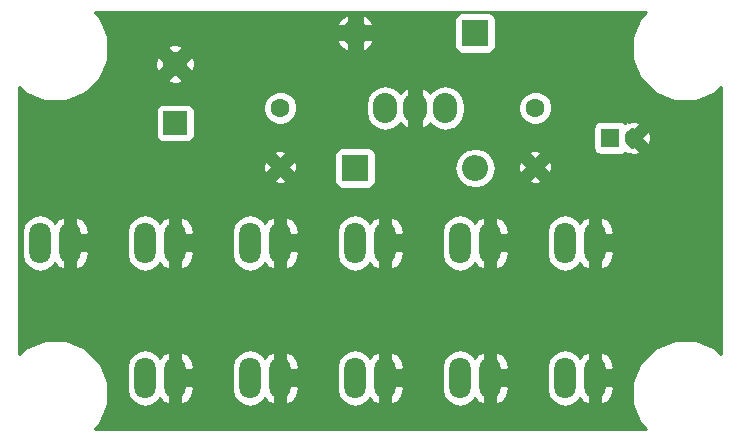
<source format=gbl>
G04 #@! TF.FileFunction,Copper,L2,Bot,Signal*
%FSLAX46Y46*%
G04 Gerber Fmt 4.6, Leading zero omitted, Abs format (unit mm)*
G04 Created by KiCad (PCBNEW 4.0.7) date 02/11/18 16:50:38*
%MOMM*%
%LPD*%
G01*
G04 APERTURE LIST*
%ADD10C,0.100000*%
%ADD11O,1.800860X3.500120*%
%ADD12R,2.000000X2.000000*%
%ADD13C,2.000000*%
%ADD14C,1.600000*%
%ADD15R,1.600000X1.600000*%
%ADD16R,2.200000X2.200000*%
%ADD17O,2.200000X2.200000*%
%ADD18O,2.032000X2.540000*%
%ADD19C,0.254000*%
G04 APERTURE END LIST*
D10*
D11*
X160020000Y-118110000D03*
X162560000Y-118110000D03*
X151130000Y-118110000D03*
X153670000Y-118110000D03*
X142240000Y-118110000D03*
X144780000Y-118110000D03*
X168910000Y-118110000D03*
X171450000Y-118110000D03*
X177800000Y-118110000D03*
X180340000Y-118110000D03*
X177800000Y-106680000D03*
X180340000Y-106680000D03*
X168910000Y-106680000D03*
X171450000Y-106680000D03*
X160020000Y-106680000D03*
X162560000Y-106680000D03*
X151130000Y-106680000D03*
X153670000Y-106680000D03*
X142240000Y-106680000D03*
X144780000Y-106680000D03*
X133350000Y-106680000D03*
X135890000Y-106680000D03*
D12*
X144780000Y-96520000D03*
D13*
X144780000Y-91520000D03*
D14*
X153670000Y-95250000D03*
X153670000Y-100250000D03*
X175260000Y-95250000D03*
X175260000Y-100250000D03*
D15*
X181610000Y-97790000D03*
D14*
X183610000Y-97790000D03*
D16*
X160020000Y-100330000D03*
D17*
X170180000Y-100330000D03*
D16*
X170180000Y-88900000D03*
D17*
X160020000Y-88900000D03*
D18*
X165100000Y-95250000D03*
X167640000Y-95250000D03*
X162560000Y-95250000D03*
D19*
G36*
X184132907Y-87607984D02*
X183443786Y-89267571D01*
X183442218Y-91064545D01*
X184128441Y-92725332D01*
X185397984Y-93997093D01*
X187057571Y-94686214D01*
X188854545Y-94687782D01*
X190515332Y-94001559D01*
X191008000Y-93509750D01*
X191008000Y-116039740D01*
X190522016Y-115552907D01*
X188862429Y-114863786D01*
X187065455Y-114862218D01*
X185404668Y-115548441D01*
X184132907Y-116817984D01*
X183443786Y-118477571D01*
X183442218Y-120274545D01*
X184128441Y-121935332D01*
X184620250Y-122428000D01*
X137960260Y-122428000D01*
X138447093Y-121942016D01*
X139136214Y-120282429D01*
X139137782Y-118485455D01*
X138612281Y-117213644D01*
X140704570Y-117213644D01*
X140704570Y-119006356D01*
X140821448Y-119593940D01*
X141154287Y-120092069D01*
X141652416Y-120424908D01*
X142240000Y-120541786D01*
X142827584Y-120424908D01*
X143325713Y-120092069D01*
X143491280Y-119844280D01*
X143678146Y-120111052D01*
X144105691Y-120339069D01*
X144329785Y-120260612D01*
X144329785Y-118745000D01*
X145230215Y-118745000D01*
X145230215Y-120260612D01*
X145454309Y-120339069D01*
X145881854Y-120111052D01*
X146238610Y-119601744D01*
X146373306Y-118994680D01*
X146200423Y-118745000D01*
X145230215Y-118745000D01*
X144329785Y-118745000D01*
X144125000Y-118745000D01*
X144125000Y-117475000D01*
X144329785Y-117475000D01*
X144329785Y-115959388D01*
X145230215Y-115959388D01*
X145230215Y-117475000D01*
X146200423Y-117475000D01*
X146373306Y-117225320D01*
X146370716Y-117213644D01*
X149594570Y-117213644D01*
X149594570Y-119006356D01*
X149711448Y-119593940D01*
X150044287Y-120092069D01*
X150542416Y-120424908D01*
X151130000Y-120541786D01*
X151717584Y-120424908D01*
X152215713Y-120092069D01*
X152381280Y-119844280D01*
X152568146Y-120111052D01*
X152995691Y-120339069D01*
X153219785Y-120260612D01*
X153219785Y-118745000D01*
X154120215Y-118745000D01*
X154120215Y-120260612D01*
X154344309Y-120339069D01*
X154771854Y-120111052D01*
X155128610Y-119601744D01*
X155263306Y-118994680D01*
X155090423Y-118745000D01*
X154120215Y-118745000D01*
X153219785Y-118745000D01*
X153015000Y-118745000D01*
X153015000Y-117475000D01*
X153219785Y-117475000D01*
X153219785Y-115959388D01*
X154120215Y-115959388D01*
X154120215Y-117475000D01*
X155090423Y-117475000D01*
X155263306Y-117225320D01*
X155260716Y-117213644D01*
X158484570Y-117213644D01*
X158484570Y-119006356D01*
X158601448Y-119593940D01*
X158934287Y-120092069D01*
X159432416Y-120424908D01*
X160020000Y-120541786D01*
X160607584Y-120424908D01*
X161105713Y-120092069D01*
X161271280Y-119844280D01*
X161458146Y-120111052D01*
X161885691Y-120339069D01*
X162109785Y-120260612D01*
X162109785Y-118745000D01*
X163010215Y-118745000D01*
X163010215Y-120260612D01*
X163234309Y-120339069D01*
X163661854Y-120111052D01*
X164018610Y-119601744D01*
X164153306Y-118994680D01*
X163980423Y-118745000D01*
X163010215Y-118745000D01*
X162109785Y-118745000D01*
X161905000Y-118745000D01*
X161905000Y-117475000D01*
X162109785Y-117475000D01*
X162109785Y-115959388D01*
X163010215Y-115959388D01*
X163010215Y-117475000D01*
X163980423Y-117475000D01*
X164153306Y-117225320D01*
X164150716Y-117213644D01*
X167374570Y-117213644D01*
X167374570Y-119006356D01*
X167491448Y-119593940D01*
X167824287Y-120092069D01*
X168322416Y-120424908D01*
X168910000Y-120541786D01*
X169497584Y-120424908D01*
X169995713Y-120092069D01*
X170161280Y-119844280D01*
X170348146Y-120111052D01*
X170775691Y-120339069D01*
X170999785Y-120260612D01*
X170999785Y-118745000D01*
X171900215Y-118745000D01*
X171900215Y-120260612D01*
X172124309Y-120339069D01*
X172551854Y-120111052D01*
X172908610Y-119601744D01*
X173043306Y-118994680D01*
X172870423Y-118745000D01*
X171900215Y-118745000D01*
X170999785Y-118745000D01*
X170795000Y-118745000D01*
X170795000Y-117475000D01*
X170999785Y-117475000D01*
X170999785Y-115959388D01*
X171900215Y-115959388D01*
X171900215Y-117475000D01*
X172870423Y-117475000D01*
X173043306Y-117225320D01*
X173040716Y-117213644D01*
X176264570Y-117213644D01*
X176264570Y-119006356D01*
X176381448Y-119593940D01*
X176714287Y-120092069D01*
X177212416Y-120424908D01*
X177800000Y-120541786D01*
X178387584Y-120424908D01*
X178885713Y-120092069D01*
X179051280Y-119844280D01*
X179238146Y-120111052D01*
X179665691Y-120339069D01*
X179889785Y-120260612D01*
X179889785Y-118745000D01*
X180790215Y-118745000D01*
X180790215Y-120260612D01*
X181014309Y-120339069D01*
X181441854Y-120111052D01*
X181798610Y-119601744D01*
X181933306Y-118994680D01*
X181760423Y-118745000D01*
X180790215Y-118745000D01*
X179889785Y-118745000D01*
X179685000Y-118745000D01*
X179685000Y-117475000D01*
X179889785Y-117475000D01*
X179889785Y-115959388D01*
X180790215Y-115959388D01*
X180790215Y-117475000D01*
X181760423Y-117475000D01*
X181933306Y-117225320D01*
X181798610Y-116618256D01*
X181441854Y-116108948D01*
X181014309Y-115880931D01*
X180790215Y-115959388D01*
X179889785Y-115959388D01*
X179665691Y-115880931D01*
X179238146Y-116108948D01*
X179051280Y-116375720D01*
X178885713Y-116127931D01*
X178387584Y-115795092D01*
X177800000Y-115678214D01*
X177212416Y-115795092D01*
X176714287Y-116127931D01*
X176381448Y-116626060D01*
X176264570Y-117213644D01*
X173040716Y-117213644D01*
X172908610Y-116618256D01*
X172551854Y-116108948D01*
X172124309Y-115880931D01*
X171900215Y-115959388D01*
X170999785Y-115959388D01*
X170775691Y-115880931D01*
X170348146Y-116108948D01*
X170161280Y-116375720D01*
X169995713Y-116127931D01*
X169497584Y-115795092D01*
X168910000Y-115678214D01*
X168322416Y-115795092D01*
X167824287Y-116127931D01*
X167491448Y-116626060D01*
X167374570Y-117213644D01*
X164150716Y-117213644D01*
X164018610Y-116618256D01*
X163661854Y-116108948D01*
X163234309Y-115880931D01*
X163010215Y-115959388D01*
X162109785Y-115959388D01*
X161885691Y-115880931D01*
X161458146Y-116108948D01*
X161271280Y-116375720D01*
X161105713Y-116127931D01*
X160607584Y-115795092D01*
X160020000Y-115678214D01*
X159432416Y-115795092D01*
X158934287Y-116127931D01*
X158601448Y-116626060D01*
X158484570Y-117213644D01*
X155260716Y-117213644D01*
X155128610Y-116618256D01*
X154771854Y-116108948D01*
X154344309Y-115880931D01*
X154120215Y-115959388D01*
X153219785Y-115959388D01*
X152995691Y-115880931D01*
X152568146Y-116108948D01*
X152381280Y-116375720D01*
X152215713Y-116127931D01*
X151717584Y-115795092D01*
X151130000Y-115678214D01*
X150542416Y-115795092D01*
X150044287Y-116127931D01*
X149711448Y-116626060D01*
X149594570Y-117213644D01*
X146370716Y-117213644D01*
X146238610Y-116618256D01*
X145881854Y-116108948D01*
X145454309Y-115880931D01*
X145230215Y-115959388D01*
X144329785Y-115959388D01*
X144105691Y-115880931D01*
X143678146Y-116108948D01*
X143491280Y-116375720D01*
X143325713Y-116127931D01*
X142827584Y-115795092D01*
X142240000Y-115678214D01*
X141652416Y-115795092D01*
X141154287Y-116127931D01*
X140821448Y-116626060D01*
X140704570Y-117213644D01*
X138612281Y-117213644D01*
X138451559Y-116824668D01*
X137182016Y-115552907D01*
X135522429Y-114863786D01*
X133725455Y-114862218D01*
X132064668Y-115548441D01*
X131572000Y-116040250D01*
X131572000Y-105783644D01*
X131814570Y-105783644D01*
X131814570Y-107576356D01*
X131931448Y-108163940D01*
X132264287Y-108662069D01*
X132762416Y-108994908D01*
X133350000Y-109111786D01*
X133937584Y-108994908D01*
X134435713Y-108662069D01*
X134601280Y-108414280D01*
X134788146Y-108681052D01*
X135215691Y-108909069D01*
X135439785Y-108830612D01*
X135439785Y-107315000D01*
X136340215Y-107315000D01*
X136340215Y-108830612D01*
X136564309Y-108909069D01*
X136991854Y-108681052D01*
X137348610Y-108171744D01*
X137483306Y-107564680D01*
X137310423Y-107315000D01*
X136340215Y-107315000D01*
X135439785Y-107315000D01*
X135235000Y-107315000D01*
X135235000Y-106045000D01*
X135439785Y-106045000D01*
X135439785Y-104529388D01*
X136340215Y-104529388D01*
X136340215Y-106045000D01*
X137310423Y-106045000D01*
X137483306Y-105795320D01*
X137480716Y-105783644D01*
X140704570Y-105783644D01*
X140704570Y-107576356D01*
X140821448Y-108163940D01*
X141154287Y-108662069D01*
X141652416Y-108994908D01*
X142240000Y-109111786D01*
X142827584Y-108994908D01*
X143325713Y-108662069D01*
X143491280Y-108414280D01*
X143678146Y-108681052D01*
X144105691Y-108909069D01*
X144329785Y-108830612D01*
X144329785Y-107315000D01*
X145230215Y-107315000D01*
X145230215Y-108830612D01*
X145454309Y-108909069D01*
X145881854Y-108681052D01*
X146238610Y-108171744D01*
X146373306Y-107564680D01*
X146200423Y-107315000D01*
X145230215Y-107315000D01*
X144329785Y-107315000D01*
X144125000Y-107315000D01*
X144125000Y-106045000D01*
X144329785Y-106045000D01*
X144329785Y-104529388D01*
X145230215Y-104529388D01*
X145230215Y-106045000D01*
X146200423Y-106045000D01*
X146373306Y-105795320D01*
X146370716Y-105783644D01*
X149594570Y-105783644D01*
X149594570Y-107576356D01*
X149711448Y-108163940D01*
X150044287Y-108662069D01*
X150542416Y-108994908D01*
X151130000Y-109111786D01*
X151717584Y-108994908D01*
X152215713Y-108662069D01*
X152381280Y-108414280D01*
X152568146Y-108681052D01*
X152995691Y-108909069D01*
X153219785Y-108830612D01*
X153219785Y-107315000D01*
X154120215Y-107315000D01*
X154120215Y-108830612D01*
X154344309Y-108909069D01*
X154771854Y-108681052D01*
X155128610Y-108171744D01*
X155263306Y-107564680D01*
X155090423Y-107315000D01*
X154120215Y-107315000D01*
X153219785Y-107315000D01*
X153015000Y-107315000D01*
X153015000Y-106045000D01*
X153219785Y-106045000D01*
X153219785Y-104529388D01*
X154120215Y-104529388D01*
X154120215Y-106045000D01*
X155090423Y-106045000D01*
X155263306Y-105795320D01*
X155260716Y-105783644D01*
X158484570Y-105783644D01*
X158484570Y-107576356D01*
X158601448Y-108163940D01*
X158934287Y-108662069D01*
X159432416Y-108994908D01*
X160020000Y-109111786D01*
X160607584Y-108994908D01*
X161105713Y-108662069D01*
X161271280Y-108414280D01*
X161458146Y-108681052D01*
X161885691Y-108909069D01*
X162109785Y-108830612D01*
X162109785Y-107315000D01*
X163010215Y-107315000D01*
X163010215Y-108830612D01*
X163234309Y-108909069D01*
X163661854Y-108681052D01*
X164018610Y-108171744D01*
X164153306Y-107564680D01*
X163980423Y-107315000D01*
X163010215Y-107315000D01*
X162109785Y-107315000D01*
X161905000Y-107315000D01*
X161905000Y-106045000D01*
X162109785Y-106045000D01*
X162109785Y-104529388D01*
X163010215Y-104529388D01*
X163010215Y-106045000D01*
X163980423Y-106045000D01*
X164153306Y-105795320D01*
X164150716Y-105783644D01*
X167374570Y-105783644D01*
X167374570Y-107576356D01*
X167491448Y-108163940D01*
X167824287Y-108662069D01*
X168322416Y-108994908D01*
X168910000Y-109111786D01*
X169497584Y-108994908D01*
X169995713Y-108662069D01*
X170161280Y-108414280D01*
X170348146Y-108681052D01*
X170775691Y-108909069D01*
X170999785Y-108830612D01*
X170999785Y-107315000D01*
X171900215Y-107315000D01*
X171900215Y-108830612D01*
X172124309Y-108909069D01*
X172551854Y-108681052D01*
X172908610Y-108171744D01*
X173043306Y-107564680D01*
X172870423Y-107315000D01*
X171900215Y-107315000D01*
X170999785Y-107315000D01*
X170795000Y-107315000D01*
X170795000Y-106045000D01*
X170999785Y-106045000D01*
X170999785Y-104529388D01*
X171900215Y-104529388D01*
X171900215Y-106045000D01*
X172870423Y-106045000D01*
X173043306Y-105795320D01*
X173040716Y-105783644D01*
X176264570Y-105783644D01*
X176264570Y-107576356D01*
X176381448Y-108163940D01*
X176714287Y-108662069D01*
X177212416Y-108994908D01*
X177800000Y-109111786D01*
X178387584Y-108994908D01*
X178885713Y-108662069D01*
X179051280Y-108414280D01*
X179238146Y-108681052D01*
X179665691Y-108909069D01*
X179889785Y-108830612D01*
X179889785Y-107315000D01*
X180790215Y-107315000D01*
X180790215Y-108830612D01*
X181014309Y-108909069D01*
X181441854Y-108681052D01*
X181798610Y-108171744D01*
X181933306Y-107564680D01*
X181760423Y-107315000D01*
X180790215Y-107315000D01*
X179889785Y-107315000D01*
X179685000Y-107315000D01*
X179685000Y-106045000D01*
X179889785Y-106045000D01*
X179889785Y-104529388D01*
X180790215Y-104529388D01*
X180790215Y-106045000D01*
X181760423Y-106045000D01*
X181933306Y-105795320D01*
X181798610Y-105188256D01*
X181441854Y-104678948D01*
X181014309Y-104450931D01*
X180790215Y-104529388D01*
X179889785Y-104529388D01*
X179665691Y-104450931D01*
X179238146Y-104678948D01*
X179051280Y-104945720D01*
X178885713Y-104697931D01*
X178387584Y-104365092D01*
X177800000Y-104248214D01*
X177212416Y-104365092D01*
X176714287Y-104697931D01*
X176381448Y-105196060D01*
X176264570Y-105783644D01*
X173040716Y-105783644D01*
X172908610Y-105188256D01*
X172551854Y-104678948D01*
X172124309Y-104450931D01*
X171900215Y-104529388D01*
X170999785Y-104529388D01*
X170775691Y-104450931D01*
X170348146Y-104678948D01*
X170161280Y-104945720D01*
X169995713Y-104697931D01*
X169497584Y-104365092D01*
X168910000Y-104248214D01*
X168322416Y-104365092D01*
X167824287Y-104697931D01*
X167491448Y-105196060D01*
X167374570Y-105783644D01*
X164150716Y-105783644D01*
X164018610Y-105188256D01*
X163661854Y-104678948D01*
X163234309Y-104450931D01*
X163010215Y-104529388D01*
X162109785Y-104529388D01*
X161885691Y-104450931D01*
X161458146Y-104678948D01*
X161271280Y-104945720D01*
X161105713Y-104697931D01*
X160607584Y-104365092D01*
X160020000Y-104248214D01*
X159432416Y-104365092D01*
X158934287Y-104697931D01*
X158601448Y-105196060D01*
X158484570Y-105783644D01*
X155260716Y-105783644D01*
X155128610Y-105188256D01*
X154771854Y-104678948D01*
X154344309Y-104450931D01*
X154120215Y-104529388D01*
X153219785Y-104529388D01*
X152995691Y-104450931D01*
X152568146Y-104678948D01*
X152381280Y-104945720D01*
X152215713Y-104697931D01*
X151717584Y-104365092D01*
X151130000Y-104248214D01*
X150542416Y-104365092D01*
X150044287Y-104697931D01*
X149711448Y-105196060D01*
X149594570Y-105783644D01*
X146370716Y-105783644D01*
X146238610Y-105188256D01*
X145881854Y-104678948D01*
X145454309Y-104450931D01*
X145230215Y-104529388D01*
X144329785Y-104529388D01*
X144105691Y-104450931D01*
X143678146Y-104678948D01*
X143491280Y-104945720D01*
X143325713Y-104697931D01*
X142827584Y-104365092D01*
X142240000Y-104248214D01*
X141652416Y-104365092D01*
X141154287Y-104697931D01*
X140821448Y-105196060D01*
X140704570Y-105783644D01*
X137480716Y-105783644D01*
X137348610Y-105188256D01*
X136991854Y-104678948D01*
X136564309Y-104450931D01*
X136340215Y-104529388D01*
X135439785Y-104529388D01*
X135215691Y-104450931D01*
X134788146Y-104678948D01*
X134601280Y-104945720D01*
X134435713Y-104697931D01*
X133937584Y-104365092D01*
X133350000Y-104248214D01*
X132762416Y-104365092D01*
X132264287Y-104697931D01*
X131931448Y-105196060D01*
X131814570Y-105783644D01*
X131572000Y-105783644D01*
X131572000Y-101410727D01*
X153074958Y-101410727D01*
X153166374Y-101623703D01*
X153730403Y-101711865D01*
X154173626Y-101623703D01*
X154265042Y-101410727D01*
X153670000Y-100815685D01*
X153074958Y-101410727D01*
X131572000Y-101410727D01*
X131572000Y-100310403D01*
X152208135Y-100310403D01*
X152296297Y-100753626D01*
X152509273Y-100845042D01*
X153104315Y-100250000D01*
X154235685Y-100250000D01*
X154830727Y-100845042D01*
X155043703Y-100753626D01*
X155131865Y-100189597D01*
X155043703Y-99746374D01*
X154830727Y-99654958D01*
X154235685Y-100250000D01*
X153104315Y-100250000D01*
X152509273Y-99654958D01*
X152296297Y-99746374D01*
X152208135Y-100310403D01*
X131572000Y-100310403D01*
X131572000Y-99089273D01*
X153074958Y-99089273D01*
X153670000Y-99684315D01*
X154124315Y-99230000D01*
X158272560Y-99230000D01*
X158272560Y-101430000D01*
X158316838Y-101665317D01*
X158455910Y-101881441D01*
X158668110Y-102026431D01*
X158920000Y-102077440D01*
X161120000Y-102077440D01*
X161355317Y-102033162D01*
X161571441Y-101894090D01*
X161716431Y-101681890D01*
X161767440Y-101430000D01*
X161767440Y-100330000D01*
X168411009Y-100330000D01*
X168543078Y-100993956D01*
X168919179Y-101556830D01*
X169482053Y-101932931D01*
X170146009Y-102065000D01*
X170213991Y-102065000D01*
X170877947Y-101932931D01*
X171440821Y-101556830D01*
X171538444Y-101410727D01*
X174664958Y-101410727D01*
X174756374Y-101623703D01*
X175320403Y-101711865D01*
X175763626Y-101623703D01*
X175855042Y-101410727D01*
X175260000Y-100815685D01*
X174664958Y-101410727D01*
X171538444Y-101410727D01*
X171816922Y-100993956D01*
X171948991Y-100330000D01*
X171945093Y-100310403D01*
X173798135Y-100310403D01*
X173886297Y-100753626D01*
X174099273Y-100845042D01*
X174694315Y-100250000D01*
X175825685Y-100250000D01*
X176420727Y-100845042D01*
X176633703Y-100753626D01*
X176721865Y-100189597D01*
X176633703Y-99746374D01*
X176420727Y-99654958D01*
X175825685Y-100250000D01*
X174694315Y-100250000D01*
X174099273Y-99654958D01*
X173886297Y-99746374D01*
X173798135Y-100310403D01*
X171945093Y-100310403D01*
X171816922Y-99666044D01*
X171440821Y-99103170D01*
X171420023Y-99089273D01*
X174664958Y-99089273D01*
X175260000Y-99684315D01*
X175855042Y-99089273D01*
X175763626Y-98876297D01*
X175199597Y-98788135D01*
X174756374Y-98876297D01*
X174664958Y-99089273D01*
X171420023Y-99089273D01*
X170877947Y-98727069D01*
X170213991Y-98595000D01*
X170146009Y-98595000D01*
X169482053Y-98727069D01*
X168919179Y-99103170D01*
X168543078Y-99666044D01*
X168411009Y-100330000D01*
X161767440Y-100330000D01*
X161767440Y-99230000D01*
X161723162Y-98994683D01*
X161584090Y-98778559D01*
X161371890Y-98633569D01*
X161120000Y-98582560D01*
X158920000Y-98582560D01*
X158684683Y-98626838D01*
X158468559Y-98765910D01*
X158323569Y-98978110D01*
X158272560Y-99230000D01*
X154124315Y-99230000D01*
X154265042Y-99089273D01*
X154173626Y-98876297D01*
X153609597Y-98788135D01*
X153166374Y-98876297D01*
X153074958Y-99089273D01*
X131572000Y-99089273D01*
X131572000Y-95520000D01*
X143132560Y-95520000D01*
X143132560Y-97520000D01*
X143176838Y-97755317D01*
X143315910Y-97971441D01*
X143528110Y-98116431D01*
X143780000Y-98167440D01*
X145780000Y-98167440D01*
X146015317Y-98123162D01*
X146231441Y-97984090D01*
X146376431Y-97771890D01*
X146427440Y-97520000D01*
X146427440Y-95534187D01*
X152234752Y-95534187D01*
X152452757Y-96061800D01*
X152856077Y-96465824D01*
X153383309Y-96684750D01*
X153954187Y-96685248D01*
X154481800Y-96467243D01*
X154885824Y-96063923D01*
X155104750Y-95536691D01*
X155105248Y-94965813D01*
X155102301Y-94958679D01*
X160909000Y-94958679D01*
X160909000Y-95541321D01*
X161034675Y-96173131D01*
X161392567Y-96708754D01*
X161928190Y-97066646D01*
X162560000Y-97192321D01*
X163191810Y-97066646D01*
X163727433Y-96708754D01*
X163860033Y-96510305D01*
X163955263Y-96652343D01*
X164352511Y-96976094D01*
X164592000Y-96907120D01*
X164592000Y-95885000D01*
X164445000Y-95885000D01*
X164445000Y-94615000D01*
X164592000Y-94615000D01*
X164592000Y-93592880D01*
X165608000Y-93592880D01*
X165608000Y-94615000D01*
X165755000Y-94615000D01*
X165755000Y-95885000D01*
X165608000Y-95885000D01*
X165608000Y-96907120D01*
X165847489Y-96976094D01*
X166244737Y-96652343D01*
X166339967Y-96510305D01*
X166472567Y-96708754D01*
X167008190Y-97066646D01*
X167640000Y-97192321D01*
X168271810Y-97066646D01*
X168386518Y-96990000D01*
X180162560Y-96990000D01*
X180162560Y-98590000D01*
X180206838Y-98825317D01*
X180345910Y-99041441D01*
X180558110Y-99186431D01*
X180810000Y-99237440D01*
X182410000Y-99237440D01*
X182645317Y-99193162D01*
X182829200Y-99074836D01*
X183026196Y-99271832D01*
X183130547Y-99167481D01*
X183670403Y-99251865D01*
X184113626Y-99163703D01*
X184205042Y-98950727D01*
X183610000Y-98355685D01*
X183429688Y-98535998D01*
X183057440Y-98163750D01*
X183057440Y-97790000D01*
X184175685Y-97790000D01*
X184770727Y-98385042D01*
X184983703Y-98293626D01*
X185071865Y-97729597D01*
X184983703Y-97286374D01*
X184770727Y-97194958D01*
X184175685Y-97790000D01*
X183057440Y-97790000D01*
X183057440Y-97416250D01*
X183429688Y-97044003D01*
X183610000Y-97224315D01*
X184205042Y-96629273D01*
X184113626Y-96416297D01*
X183549597Y-96328135D01*
X183129688Y-96411660D01*
X183026196Y-96308168D01*
X182827582Y-96506782D01*
X182661890Y-96393569D01*
X182410000Y-96342560D01*
X180810000Y-96342560D01*
X180574683Y-96386838D01*
X180358559Y-96525910D01*
X180213569Y-96738110D01*
X180162560Y-96990000D01*
X168386518Y-96990000D01*
X168807433Y-96708754D01*
X169165325Y-96173131D01*
X169291000Y-95541321D01*
X169291000Y-95534187D01*
X173824752Y-95534187D01*
X174042757Y-96061800D01*
X174446077Y-96465824D01*
X174973309Y-96684750D01*
X175544187Y-96685248D01*
X176071800Y-96467243D01*
X176475824Y-96063923D01*
X176694750Y-95536691D01*
X176695248Y-94965813D01*
X176477243Y-94438200D01*
X176073923Y-94034176D01*
X175546691Y-93815250D01*
X174975813Y-93814752D01*
X174448200Y-94032757D01*
X174044176Y-94436077D01*
X173825250Y-94963309D01*
X173824752Y-95534187D01*
X169291000Y-95534187D01*
X169291000Y-94958679D01*
X169165325Y-94326869D01*
X168807433Y-93791246D01*
X168271810Y-93433354D01*
X167640000Y-93307679D01*
X167008190Y-93433354D01*
X166472567Y-93791246D01*
X166339967Y-93989695D01*
X166244737Y-93847657D01*
X165847489Y-93523906D01*
X165608000Y-93592880D01*
X164592000Y-93592880D01*
X164352511Y-93523906D01*
X163955263Y-93847657D01*
X163860033Y-93989695D01*
X163727433Y-93791246D01*
X163191810Y-93433354D01*
X162560000Y-93307679D01*
X161928190Y-93433354D01*
X161392567Y-93791246D01*
X161034675Y-94326869D01*
X160909000Y-94958679D01*
X155102301Y-94958679D01*
X154887243Y-94438200D01*
X154483923Y-94034176D01*
X153956691Y-93815250D01*
X153385813Y-93814752D01*
X152858200Y-94032757D01*
X152454176Y-94436077D01*
X152235250Y-94963309D01*
X152234752Y-95534187D01*
X146427440Y-95534187D01*
X146427440Y-95520000D01*
X146383162Y-95284683D01*
X146244090Y-95068559D01*
X146031890Y-94923569D01*
X145780000Y-94872560D01*
X143780000Y-94872560D01*
X143544683Y-94916838D01*
X143328559Y-95055910D01*
X143183569Y-95268110D01*
X143132560Y-95520000D01*
X131572000Y-95520000D01*
X131572000Y-93510260D01*
X132057984Y-93997093D01*
X133717571Y-94686214D01*
X135514545Y-94687782D01*
X137175332Y-94001559D01*
X138299087Y-92879763D01*
X144127344Y-92879763D01*
X144249764Y-93100458D01*
X144894941Y-93183065D01*
X145310236Y-93100458D01*
X145432656Y-92879763D01*
X144780000Y-92227107D01*
X144127344Y-92879763D01*
X138299087Y-92879763D01*
X138447093Y-92732016D01*
X138902638Y-91634941D01*
X143116935Y-91634941D01*
X143199542Y-92050236D01*
X143420237Y-92172656D01*
X144072893Y-91520000D01*
X145487107Y-91520000D01*
X146139763Y-92172656D01*
X146360458Y-92050236D01*
X146443065Y-91405059D01*
X146360458Y-90989764D01*
X146139763Y-90867344D01*
X145487107Y-91520000D01*
X144072893Y-91520000D01*
X143420237Y-90867344D01*
X143199542Y-90989764D01*
X143116935Y-91634941D01*
X138902638Y-91634941D01*
X139136214Y-91072429D01*
X139137009Y-90160237D01*
X144127344Y-90160237D01*
X144780000Y-90812893D01*
X145432656Y-90160237D01*
X145310236Y-89939542D01*
X144665059Y-89856935D01*
X144249764Y-89939542D01*
X144127344Y-90160237D01*
X139137009Y-90160237D01*
X139137410Y-89700644D01*
X158480781Y-89700644D01*
X158691248Y-90015692D01*
X159219350Y-90439256D01*
X159470000Y-90386804D01*
X159470000Y-89450000D01*
X160570000Y-89450000D01*
X160570000Y-90386804D01*
X160820650Y-90439256D01*
X161348752Y-90015692D01*
X161559219Y-89700644D01*
X161497181Y-89450000D01*
X160570000Y-89450000D01*
X159470000Y-89450000D01*
X158542819Y-89450000D01*
X158480781Y-89700644D01*
X139137410Y-89700644D01*
X139137782Y-89275455D01*
X138651828Y-88099356D01*
X158480781Y-88099356D01*
X158542819Y-88350000D01*
X159470000Y-88350000D01*
X159470000Y-87413196D01*
X160570000Y-87413196D01*
X160570000Y-88350000D01*
X161497181Y-88350000D01*
X161559219Y-88099356D01*
X161359235Y-87800000D01*
X168432560Y-87800000D01*
X168432560Y-90000000D01*
X168476838Y-90235317D01*
X168615910Y-90451441D01*
X168828110Y-90596431D01*
X169080000Y-90647440D01*
X171280000Y-90647440D01*
X171515317Y-90603162D01*
X171731441Y-90464090D01*
X171876431Y-90251890D01*
X171927440Y-90000000D01*
X171927440Y-87800000D01*
X171883162Y-87564683D01*
X171744090Y-87348559D01*
X171531890Y-87203569D01*
X171280000Y-87152560D01*
X169080000Y-87152560D01*
X168844683Y-87196838D01*
X168628559Y-87335910D01*
X168483569Y-87548110D01*
X168432560Y-87800000D01*
X161359235Y-87800000D01*
X161348752Y-87784308D01*
X160820650Y-87360744D01*
X160570000Y-87413196D01*
X159470000Y-87413196D01*
X159219350Y-87360744D01*
X158691248Y-87784308D01*
X158480781Y-88099356D01*
X138651828Y-88099356D01*
X138451559Y-87614668D01*
X137959750Y-87122000D01*
X184619740Y-87122000D01*
X184132907Y-87607984D01*
X184132907Y-87607984D01*
G37*
X184132907Y-87607984D02*
X183443786Y-89267571D01*
X183442218Y-91064545D01*
X184128441Y-92725332D01*
X185397984Y-93997093D01*
X187057571Y-94686214D01*
X188854545Y-94687782D01*
X190515332Y-94001559D01*
X191008000Y-93509750D01*
X191008000Y-116039740D01*
X190522016Y-115552907D01*
X188862429Y-114863786D01*
X187065455Y-114862218D01*
X185404668Y-115548441D01*
X184132907Y-116817984D01*
X183443786Y-118477571D01*
X183442218Y-120274545D01*
X184128441Y-121935332D01*
X184620250Y-122428000D01*
X137960260Y-122428000D01*
X138447093Y-121942016D01*
X139136214Y-120282429D01*
X139137782Y-118485455D01*
X138612281Y-117213644D01*
X140704570Y-117213644D01*
X140704570Y-119006356D01*
X140821448Y-119593940D01*
X141154287Y-120092069D01*
X141652416Y-120424908D01*
X142240000Y-120541786D01*
X142827584Y-120424908D01*
X143325713Y-120092069D01*
X143491280Y-119844280D01*
X143678146Y-120111052D01*
X144105691Y-120339069D01*
X144329785Y-120260612D01*
X144329785Y-118745000D01*
X145230215Y-118745000D01*
X145230215Y-120260612D01*
X145454309Y-120339069D01*
X145881854Y-120111052D01*
X146238610Y-119601744D01*
X146373306Y-118994680D01*
X146200423Y-118745000D01*
X145230215Y-118745000D01*
X144329785Y-118745000D01*
X144125000Y-118745000D01*
X144125000Y-117475000D01*
X144329785Y-117475000D01*
X144329785Y-115959388D01*
X145230215Y-115959388D01*
X145230215Y-117475000D01*
X146200423Y-117475000D01*
X146373306Y-117225320D01*
X146370716Y-117213644D01*
X149594570Y-117213644D01*
X149594570Y-119006356D01*
X149711448Y-119593940D01*
X150044287Y-120092069D01*
X150542416Y-120424908D01*
X151130000Y-120541786D01*
X151717584Y-120424908D01*
X152215713Y-120092069D01*
X152381280Y-119844280D01*
X152568146Y-120111052D01*
X152995691Y-120339069D01*
X153219785Y-120260612D01*
X153219785Y-118745000D01*
X154120215Y-118745000D01*
X154120215Y-120260612D01*
X154344309Y-120339069D01*
X154771854Y-120111052D01*
X155128610Y-119601744D01*
X155263306Y-118994680D01*
X155090423Y-118745000D01*
X154120215Y-118745000D01*
X153219785Y-118745000D01*
X153015000Y-118745000D01*
X153015000Y-117475000D01*
X153219785Y-117475000D01*
X153219785Y-115959388D01*
X154120215Y-115959388D01*
X154120215Y-117475000D01*
X155090423Y-117475000D01*
X155263306Y-117225320D01*
X155260716Y-117213644D01*
X158484570Y-117213644D01*
X158484570Y-119006356D01*
X158601448Y-119593940D01*
X158934287Y-120092069D01*
X159432416Y-120424908D01*
X160020000Y-120541786D01*
X160607584Y-120424908D01*
X161105713Y-120092069D01*
X161271280Y-119844280D01*
X161458146Y-120111052D01*
X161885691Y-120339069D01*
X162109785Y-120260612D01*
X162109785Y-118745000D01*
X163010215Y-118745000D01*
X163010215Y-120260612D01*
X163234309Y-120339069D01*
X163661854Y-120111052D01*
X164018610Y-119601744D01*
X164153306Y-118994680D01*
X163980423Y-118745000D01*
X163010215Y-118745000D01*
X162109785Y-118745000D01*
X161905000Y-118745000D01*
X161905000Y-117475000D01*
X162109785Y-117475000D01*
X162109785Y-115959388D01*
X163010215Y-115959388D01*
X163010215Y-117475000D01*
X163980423Y-117475000D01*
X164153306Y-117225320D01*
X164150716Y-117213644D01*
X167374570Y-117213644D01*
X167374570Y-119006356D01*
X167491448Y-119593940D01*
X167824287Y-120092069D01*
X168322416Y-120424908D01*
X168910000Y-120541786D01*
X169497584Y-120424908D01*
X169995713Y-120092069D01*
X170161280Y-119844280D01*
X170348146Y-120111052D01*
X170775691Y-120339069D01*
X170999785Y-120260612D01*
X170999785Y-118745000D01*
X171900215Y-118745000D01*
X171900215Y-120260612D01*
X172124309Y-120339069D01*
X172551854Y-120111052D01*
X172908610Y-119601744D01*
X173043306Y-118994680D01*
X172870423Y-118745000D01*
X171900215Y-118745000D01*
X170999785Y-118745000D01*
X170795000Y-118745000D01*
X170795000Y-117475000D01*
X170999785Y-117475000D01*
X170999785Y-115959388D01*
X171900215Y-115959388D01*
X171900215Y-117475000D01*
X172870423Y-117475000D01*
X173043306Y-117225320D01*
X173040716Y-117213644D01*
X176264570Y-117213644D01*
X176264570Y-119006356D01*
X176381448Y-119593940D01*
X176714287Y-120092069D01*
X177212416Y-120424908D01*
X177800000Y-120541786D01*
X178387584Y-120424908D01*
X178885713Y-120092069D01*
X179051280Y-119844280D01*
X179238146Y-120111052D01*
X179665691Y-120339069D01*
X179889785Y-120260612D01*
X179889785Y-118745000D01*
X180790215Y-118745000D01*
X180790215Y-120260612D01*
X181014309Y-120339069D01*
X181441854Y-120111052D01*
X181798610Y-119601744D01*
X181933306Y-118994680D01*
X181760423Y-118745000D01*
X180790215Y-118745000D01*
X179889785Y-118745000D01*
X179685000Y-118745000D01*
X179685000Y-117475000D01*
X179889785Y-117475000D01*
X179889785Y-115959388D01*
X180790215Y-115959388D01*
X180790215Y-117475000D01*
X181760423Y-117475000D01*
X181933306Y-117225320D01*
X181798610Y-116618256D01*
X181441854Y-116108948D01*
X181014309Y-115880931D01*
X180790215Y-115959388D01*
X179889785Y-115959388D01*
X179665691Y-115880931D01*
X179238146Y-116108948D01*
X179051280Y-116375720D01*
X178885713Y-116127931D01*
X178387584Y-115795092D01*
X177800000Y-115678214D01*
X177212416Y-115795092D01*
X176714287Y-116127931D01*
X176381448Y-116626060D01*
X176264570Y-117213644D01*
X173040716Y-117213644D01*
X172908610Y-116618256D01*
X172551854Y-116108948D01*
X172124309Y-115880931D01*
X171900215Y-115959388D01*
X170999785Y-115959388D01*
X170775691Y-115880931D01*
X170348146Y-116108948D01*
X170161280Y-116375720D01*
X169995713Y-116127931D01*
X169497584Y-115795092D01*
X168910000Y-115678214D01*
X168322416Y-115795092D01*
X167824287Y-116127931D01*
X167491448Y-116626060D01*
X167374570Y-117213644D01*
X164150716Y-117213644D01*
X164018610Y-116618256D01*
X163661854Y-116108948D01*
X163234309Y-115880931D01*
X163010215Y-115959388D01*
X162109785Y-115959388D01*
X161885691Y-115880931D01*
X161458146Y-116108948D01*
X161271280Y-116375720D01*
X161105713Y-116127931D01*
X160607584Y-115795092D01*
X160020000Y-115678214D01*
X159432416Y-115795092D01*
X158934287Y-116127931D01*
X158601448Y-116626060D01*
X158484570Y-117213644D01*
X155260716Y-117213644D01*
X155128610Y-116618256D01*
X154771854Y-116108948D01*
X154344309Y-115880931D01*
X154120215Y-115959388D01*
X153219785Y-115959388D01*
X152995691Y-115880931D01*
X152568146Y-116108948D01*
X152381280Y-116375720D01*
X152215713Y-116127931D01*
X151717584Y-115795092D01*
X151130000Y-115678214D01*
X150542416Y-115795092D01*
X150044287Y-116127931D01*
X149711448Y-116626060D01*
X149594570Y-117213644D01*
X146370716Y-117213644D01*
X146238610Y-116618256D01*
X145881854Y-116108948D01*
X145454309Y-115880931D01*
X145230215Y-115959388D01*
X144329785Y-115959388D01*
X144105691Y-115880931D01*
X143678146Y-116108948D01*
X143491280Y-116375720D01*
X143325713Y-116127931D01*
X142827584Y-115795092D01*
X142240000Y-115678214D01*
X141652416Y-115795092D01*
X141154287Y-116127931D01*
X140821448Y-116626060D01*
X140704570Y-117213644D01*
X138612281Y-117213644D01*
X138451559Y-116824668D01*
X137182016Y-115552907D01*
X135522429Y-114863786D01*
X133725455Y-114862218D01*
X132064668Y-115548441D01*
X131572000Y-116040250D01*
X131572000Y-105783644D01*
X131814570Y-105783644D01*
X131814570Y-107576356D01*
X131931448Y-108163940D01*
X132264287Y-108662069D01*
X132762416Y-108994908D01*
X133350000Y-109111786D01*
X133937584Y-108994908D01*
X134435713Y-108662069D01*
X134601280Y-108414280D01*
X134788146Y-108681052D01*
X135215691Y-108909069D01*
X135439785Y-108830612D01*
X135439785Y-107315000D01*
X136340215Y-107315000D01*
X136340215Y-108830612D01*
X136564309Y-108909069D01*
X136991854Y-108681052D01*
X137348610Y-108171744D01*
X137483306Y-107564680D01*
X137310423Y-107315000D01*
X136340215Y-107315000D01*
X135439785Y-107315000D01*
X135235000Y-107315000D01*
X135235000Y-106045000D01*
X135439785Y-106045000D01*
X135439785Y-104529388D01*
X136340215Y-104529388D01*
X136340215Y-106045000D01*
X137310423Y-106045000D01*
X137483306Y-105795320D01*
X137480716Y-105783644D01*
X140704570Y-105783644D01*
X140704570Y-107576356D01*
X140821448Y-108163940D01*
X141154287Y-108662069D01*
X141652416Y-108994908D01*
X142240000Y-109111786D01*
X142827584Y-108994908D01*
X143325713Y-108662069D01*
X143491280Y-108414280D01*
X143678146Y-108681052D01*
X144105691Y-108909069D01*
X144329785Y-108830612D01*
X144329785Y-107315000D01*
X145230215Y-107315000D01*
X145230215Y-108830612D01*
X145454309Y-108909069D01*
X145881854Y-108681052D01*
X146238610Y-108171744D01*
X146373306Y-107564680D01*
X146200423Y-107315000D01*
X145230215Y-107315000D01*
X144329785Y-107315000D01*
X144125000Y-107315000D01*
X144125000Y-106045000D01*
X144329785Y-106045000D01*
X144329785Y-104529388D01*
X145230215Y-104529388D01*
X145230215Y-106045000D01*
X146200423Y-106045000D01*
X146373306Y-105795320D01*
X146370716Y-105783644D01*
X149594570Y-105783644D01*
X149594570Y-107576356D01*
X149711448Y-108163940D01*
X150044287Y-108662069D01*
X150542416Y-108994908D01*
X151130000Y-109111786D01*
X151717584Y-108994908D01*
X152215713Y-108662069D01*
X152381280Y-108414280D01*
X152568146Y-108681052D01*
X152995691Y-108909069D01*
X153219785Y-108830612D01*
X153219785Y-107315000D01*
X154120215Y-107315000D01*
X154120215Y-108830612D01*
X154344309Y-108909069D01*
X154771854Y-108681052D01*
X155128610Y-108171744D01*
X155263306Y-107564680D01*
X155090423Y-107315000D01*
X154120215Y-107315000D01*
X153219785Y-107315000D01*
X153015000Y-107315000D01*
X153015000Y-106045000D01*
X153219785Y-106045000D01*
X153219785Y-104529388D01*
X154120215Y-104529388D01*
X154120215Y-106045000D01*
X155090423Y-106045000D01*
X155263306Y-105795320D01*
X155260716Y-105783644D01*
X158484570Y-105783644D01*
X158484570Y-107576356D01*
X158601448Y-108163940D01*
X158934287Y-108662069D01*
X159432416Y-108994908D01*
X160020000Y-109111786D01*
X160607584Y-108994908D01*
X161105713Y-108662069D01*
X161271280Y-108414280D01*
X161458146Y-108681052D01*
X161885691Y-108909069D01*
X162109785Y-108830612D01*
X162109785Y-107315000D01*
X163010215Y-107315000D01*
X163010215Y-108830612D01*
X163234309Y-108909069D01*
X163661854Y-108681052D01*
X164018610Y-108171744D01*
X164153306Y-107564680D01*
X163980423Y-107315000D01*
X163010215Y-107315000D01*
X162109785Y-107315000D01*
X161905000Y-107315000D01*
X161905000Y-106045000D01*
X162109785Y-106045000D01*
X162109785Y-104529388D01*
X163010215Y-104529388D01*
X163010215Y-106045000D01*
X163980423Y-106045000D01*
X164153306Y-105795320D01*
X164150716Y-105783644D01*
X167374570Y-105783644D01*
X167374570Y-107576356D01*
X167491448Y-108163940D01*
X167824287Y-108662069D01*
X168322416Y-108994908D01*
X168910000Y-109111786D01*
X169497584Y-108994908D01*
X169995713Y-108662069D01*
X170161280Y-108414280D01*
X170348146Y-108681052D01*
X170775691Y-108909069D01*
X170999785Y-108830612D01*
X170999785Y-107315000D01*
X171900215Y-107315000D01*
X171900215Y-108830612D01*
X172124309Y-108909069D01*
X172551854Y-108681052D01*
X172908610Y-108171744D01*
X173043306Y-107564680D01*
X172870423Y-107315000D01*
X171900215Y-107315000D01*
X170999785Y-107315000D01*
X170795000Y-107315000D01*
X170795000Y-106045000D01*
X170999785Y-106045000D01*
X170999785Y-104529388D01*
X171900215Y-104529388D01*
X171900215Y-106045000D01*
X172870423Y-106045000D01*
X173043306Y-105795320D01*
X173040716Y-105783644D01*
X176264570Y-105783644D01*
X176264570Y-107576356D01*
X176381448Y-108163940D01*
X176714287Y-108662069D01*
X177212416Y-108994908D01*
X177800000Y-109111786D01*
X178387584Y-108994908D01*
X178885713Y-108662069D01*
X179051280Y-108414280D01*
X179238146Y-108681052D01*
X179665691Y-108909069D01*
X179889785Y-108830612D01*
X179889785Y-107315000D01*
X180790215Y-107315000D01*
X180790215Y-108830612D01*
X181014309Y-108909069D01*
X181441854Y-108681052D01*
X181798610Y-108171744D01*
X181933306Y-107564680D01*
X181760423Y-107315000D01*
X180790215Y-107315000D01*
X179889785Y-107315000D01*
X179685000Y-107315000D01*
X179685000Y-106045000D01*
X179889785Y-106045000D01*
X179889785Y-104529388D01*
X180790215Y-104529388D01*
X180790215Y-106045000D01*
X181760423Y-106045000D01*
X181933306Y-105795320D01*
X181798610Y-105188256D01*
X181441854Y-104678948D01*
X181014309Y-104450931D01*
X180790215Y-104529388D01*
X179889785Y-104529388D01*
X179665691Y-104450931D01*
X179238146Y-104678948D01*
X179051280Y-104945720D01*
X178885713Y-104697931D01*
X178387584Y-104365092D01*
X177800000Y-104248214D01*
X177212416Y-104365092D01*
X176714287Y-104697931D01*
X176381448Y-105196060D01*
X176264570Y-105783644D01*
X173040716Y-105783644D01*
X172908610Y-105188256D01*
X172551854Y-104678948D01*
X172124309Y-104450931D01*
X171900215Y-104529388D01*
X170999785Y-104529388D01*
X170775691Y-104450931D01*
X170348146Y-104678948D01*
X170161280Y-104945720D01*
X169995713Y-104697931D01*
X169497584Y-104365092D01*
X168910000Y-104248214D01*
X168322416Y-104365092D01*
X167824287Y-104697931D01*
X167491448Y-105196060D01*
X167374570Y-105783644D01*
X164150716Y-105783644D01*
X164018610Y-105188256D01*
X163661854Y-104678948D01*
X163234309Y-104450931D01*
X163010215Y-104529388D01*
X162109785Y-104529388D01*
X161885691Y-104450931D01*
X161458146Y-104678948D01*
X161271280Y-104945720D01*
X161105713Y-104697931D01*
X160607584Y-104365092D01*
X160020000Y-104248214D01*
X159432416Y-104365092D01*
X158934287Y-104697931D01*
X158601448Y-105196060D01*
X158484570Y-105783644D01*
X155260716Y-105783644D01*
X155128610Y-105188256D01*
X154771854Y-104678948D01*
X154344309Y-104450931D01*
X154120215Y-104529388D01*
X153219785Y-104529388D01*
X152995691Y-104450931D01*
X152568146Y-104678948D01*
X152381280Y-104945720D01*
X152215713Y-104697931D01*
X151717584Y-104365092D01*
X151130000Y-104248214D01*
X150542416Y-104365092D01*
X150044287Y-104697931D01*
X149711448Y-105196060D01*
X149594570Y-105783644D01*
X146370716Y-105783644D01*
X146238610Y-105188256D01*
X145881854Y-104678948D01*
X145454309Y-104450931D01*
X145230215Y-104529388D01*
X144329785Y-104529388D01*
X144105691Y-104450931D01*
X143678146Y-104678948D01*
X143491280Y-104945720D01*
X143325713Y-104697931D01*
X142827584Y-104365092D01*
X142240000Y-104248214D01*
X141652416Y-104365092D01*
X141154287Y-104697931D01*
X140821448Y-105196060D01*
X140704570Y-105783644D01*
X137480716Y-105783644D01*
X137348610Y-105188256D01*
X136991854Y-104678948D01*
X136564309Y-104450931D01*
X136340215Y-104529388D01*
X135439785Y-104529388D01*
X135215691Y-104450931D01*
X134788146Y-104678948D01*
X134601280Y-104945720D01*
X134435713Y-104697931D01*
X133937584Y-104365092D01*
X133350000Y-104248214D01*
X132762416Y-104365092D01*
X132264287Y-104697931D01*
X131931448Y-105196060D01*
X131814570Y-105783644D01*
X131572000Y-105783644D01*
X131572000Y-101410727D01*
X153074958Y-101410727D01*
X153166374Y-101623703D01*
X153730403Y-101711865D01*
X154173626Y-101623703D01*
X154265042Y-101410727D01*
X153670000Y-100815685D01*
X153074958Y-101410727D01*
X131572000Y-101410727D01*
X131572000Y-100310403D01*
X152208135Y-100310403D01*
X152296297Y-100753626D01*
X152509273Y-100845042D01*
X153104315Y-100250000D01*
X154235685Y-100250000D01*
X154830727Y-100845042D01*
X155043703Y-100753626D01*
X155131865Y-100189597D01*
X155043703Y-99746374D01*
X154830727Y-99654958D01*
X154235685Y-100250000D01*
X153104315Y-100250000D01*
X152509273Y-99654958D01*
X152296297Y-99746374D01*
X152208135Y-100310403D01*
X131572000Y-100310403D01*
X131572000Y-99089273D01*
X153074958Y-99089273D01*
X153670000Y-99684315D01*
X154124315Y-99230000D01*
X158272560Y-99230000D01*
X158272560Y-101430000D01*
X158316838Y-101665317D01*
X158455910Y-101881441D01*
X158668110Y-102026431D01*
X158920000Y-102077440D01*
X161120000Y-102077440D01*
X161355317Y-102033162D01*
X161571441Y-101894090D01*
X161716431Y-101681890D01*
X161767440Y-101430000D01*
X161767440Y-100330000D01*
X168411009Y-100330000D01*
X168543078Y-100993956D01*
X168919179Y-101556830D01*
X169482053Y-101932931D01*
X170146009Y-102065000D01*
X170213991Y-102065000D01*
X170877947Y-101932931D01*
X171440821Y-101556830D01*
X171538444Y-101410727D01*
X174664958Y-101410727D01*
X174756374Y-101623703D01*
X175320403Y-101711865D01*
X175763626Y-101623703D01*
X175855042Y-101410727D01*
X175260000Y-100815685D01*
X174664958Y-101410727D01*
X171538444Y-101410727D01*
X171816922Y-100993956D01*
X171948991Y-100330000D01*
X171945093Y-100310403D01*
X173798135Y-100310403D01*
X173886297Y-100753626D01*
X174099273Y-100845042D01*
X174694315Y-100250000D01*
X175825685Y-100250000D01*
X176420727Y-100845042D01*
X176633703Y-100753626D01*
X176721865Y-100189597D01*
X176633703Y-99746374D01*
X176420727Y-99654958D01*
X175825685Y-100250000D01*
X174694315Y-100250000D01*
X174099273Y-99654958D01*
X173886297Y-99746374D01*
X173798135Y-100310403D01*
X171945093Y-100310403D01*
X171816922Y-99666044D01*
X171440821Y-99103170D01*
X171420023Y-99089273D01*
X174664958Y-99089273D01*
X175260000Y-99684315D01*
X175855042Y-99089273D01*
X175763626Y-98876297D01*
X175199597Y-98788135D01*
X174756374Y-98876297D01*
X174664958Y-99089273D01*
X171420023Y-99089273D01*
X170877947Y-98727069D01*
X170213991Y-98595000D01*
X170146009Y-98595000D01*
X169482053Y-98727069D01*
X168919179Y-99103170D01*
X168543078Y-99666044D01*
X168411009Y-100330000D01*
X161767440Y-100330000D01*
X161767440Y-99230000D01*
X161723162Y-98994683D01*
X161584090Y-98778559D01*
X161371890Y-98633569D01*
X161120000Y-98582560D01*
X158920000Y-98582560D01*
X158684683Y-98626838D01*
X158468559Y-98765910D01*
X158323569Y-98978110D01*
X158272560Y-99230000D01*
X154124315Y-99230000D01*
X154265042Y-99089273D01*
X154173626Y-98876297D01*
X153609597Y-98788135D01*
X153166374Y-98876297D01*
X153074958Y-99089273D01*
X131572000Y-99089273D01*
X131572000Y-95520000D01*
X143132560Y-95520000D01*
X143132560Y-97520000D01*
X143176838Y-97755317D01*
X143315910Y-97971441D01*
X143528110Y-98116431D01*
X143780000Y-98167440D01*
X145780000Y-98167440D01*
X146015317Y-98123162D01*
X146231441Y-97984090D01*
X146376431Y-97771890D01*
X146427440Y-97520000D01*
X146427440Y-95534187D01*
X152234752Y-95534187D01*
X152452757Y-96061800D01*
X152856077Y-96465824D01*
X153383309Y-96684750D01*
X153954187Y-96685248D01*
X154481800Y-96467243D01*
X154885824Y-96063923D01*
X155104750Y-95536691D01*
X155105248Y-94965813D01*
X155102301Y-94958679D01*
X160909000Y-94958679D01*
X160909000Y-95541321D01*
X161034675Y-96173131D01*
X161392567Y-96708754D01*
X161928190Y-97066646D01*
X162560000Y-97192321D01*
X163191810Y-97066646D01*
X163727433Y-96708754D01*
X163860033Y-96510305D01*
X163955263Y-96652343D01*
X164352511Y-96976094D01*
X164592000Y-96907120D01*
X164592000Y-95885000D01*
X164445000Y-95885000D01*
X164445000Y-94615000D01*
X164592000Y-94615000D01*
X164592000Y-93592880D01*
X165608000Y-93592880D01*
X165608000Y-94615000D01*
X165755000Y-94615000D01*
X165755000Y-95885000D01*
X165608000Y-95885000D01*
X165608000Y-96907120D01*
X165847489Y-96976094D01*
X166244737Y-96652343D01*
X166339967Y-96510305D01*
X166472567Y-96708754D01*
X167008190Y-97066646D01*
X167640000Y-97192321D01*
X168271810Y-97066646D01*
X168386518Y-96990000D01*
X180162560Y-96990000D01*
X180162560Y-98590000D01*
X180206838Y-98825317D01*
X180345910Y-99041441D01*
X180558110Y-99186431D01*
X180810000Y-99237440D01*
X182410000Y-99237440D01*
X182645317Y-99193162D01*
X182829200Y-99074836D01*
X183026196Y-99271832D01*
X183130547Y-99167481D01*
X183670403Y-99251865D01*
X184113626Y-99163703D01*
X184205042Y-98950727D01*
X183610000Y-98355685D01*
X183429688Y-98535998D01*
X183057440Y-98163750D01*
X183057440Y-97790000D01*
X184175685Y-97790000D01*
X184770727Y-98385042D01*
X184983703Y-98293626D01*
X185071865Y-97729597D01*
X184983703Y-97286374D01*
X184770727Y-97194958D01*
X184175685Y-97790000D01*
X183057440Y-97790000D01*
X183057440Y-97416250D01*
X183429688Y-97044003D01*
X183610000Y-97224315D01*
X184205042Y-96629273D01*
X184113626Y-96416297D01*
X183549597Y-96328135D01*
X183129688Y-96411660D01*
X183026196Y-96308168D01*
X182827582Y-96506782D01*
X182661890Y-96393569D01*
X182410000Y-96342560D01*
X180810000Y-96342560D01*
X180574683Y-96386838D01*
X180358559Y-96525910D01*
X180213569Y-96738110D01*
X180162560Y-96990000D01*
X168386518Y-96990000D01*
X168807433Y-96708754D01*
X169165325Y-96173131D01*
X169291000Y-95541321D01*
X169291000Y-95534187D01*
X173824752Y-95534187D01*
X174042757Y-96061800D01*
X174446077Y-96465824D01*
X174973309Y-96684750D01*
X175544187Y-96685248D01*
X176071800Y-96467243D01*
X176475824Y-96063923D01*
X176694750Y-95536691D01*
X176695248Y-94965813D01*
X176477243Y-94438200D01*
X176073923Y-94034176D01*
X175546691Y-93815250D01*
X174975813Y-93814752D01*
X174448200Y-94032757D01*
X174044176Y-94436077D01*
X173825250Y-94963309D01*
X173824752Y-95534187D01*
X169291000Y-95534187D01*
X169291000Y-94958679D01*
X169165325Y-94326869D01*
X168807433Y-93791246D01*
X168271810Y-93433354D01*
X167640000Y-93307679D01*
X167008190Y-93433354D01*
X166472567Y-93791246D01*
X166339967Y-93989695D01*
X166244737Y-93847657D01*
X165847489Y-93523906D01*
X165608000Y-93592880D01*
X164592000Y-93592880D01*
X164352511Y-93523906D01*
X163955263Y-93847657D01*
X163860033Y-93989695D01*
X163727433Y-93791246D01*
X163191810Y-93433354D01*
X162560000Y-93307679D01*
X161928190Y-93433354D01*
X161392567Y-93791246D01*
X161034675Y-94326869D01*
X160909000Y-94958679D01*
X155102301Y-94958679D01*
X154887243Y-94438200D01*
X154483923Y-94034176D01*
X153956691Y-93815250D01*
X153385813Y-93814752D01*
X152858200Y-94032757D01*
X152454176Y-94436077D01*
X152235250Y-94963309D01*
X152234752Y-95534187D01*
X146427440Y-95534187D01*
X146427440Y-95520000D01*
X146383162Y-95284683D01*
X146244090Y-95068559D01*
X146031890Y-94923569D01*
X145780000Y-94872560D01*
X143780000Y-94872560D01*
X143544683Y-94916838D01*
X143328559Y-95055910D01*
X143183569Y-95268110D01*
X143132560Y-95520000D01*
X131572000Y-95520000D01*
X131572000Y-93510260D01*
X132057984Y-93997093D01*
X133717571Y-94686214D01*
X135514545Y-94687782D01*
X137175332Y-94001559D01*
X138299087Y-92879763D01*
X144127344Y-92879763D01*
X144249764Y-93100458D01*
X144894941Y-93183065D01*
X145310236Y-93100458D01*
X145432656Y-92879763D01*
X144780000Y-92227107D01*
X144127344Y-92879763D01*
X138299087Y-92879763D01*
X138447093Y-92732016D01*
X138902638Y-91634941D01*
X143116935Y-91634941D01*
X143199542Y-92050236D01*
X143420237Y-92172656D01*
X144072893Y-91520000D01*
X145487107Y-91520000D01*
X146139763Y-92172656D01*
X146360458Y-92050236D01*
X146443065Y-91405059D01*
X146360458Y-90989764D01*
X146139763Y-90867344D01*
X145487107Y-91520000D01*
X144072893Y-91520000D01*
X143420237Y-90867344D01*
X143199542Y-90989764D01*
X143116935Y-91634941D01*
X138902638Y-91634941D01*
X139136214Y-91072429D01*
X139137009Y-90160237D01*
X144127344Y-90160237D01*
X144780000Y-90812893D01*
X145432656Y-90160237D01*
X145310236Y-89939542D01*
X144665059Y-89856935D01*
X144249764Y-89939542D01*
X144127344Y-90160237D01*
X139137009Y-90160237D01*
X139137410Y-89700644D01*
X158480781Y-89700644D01*
X158691248Y-90015692D01*
X159219350Y-90439256D01*
X159470000Y-90386804D01*
X159470000Y-89450000D01*
X160570000Y-89450000D01*
X160570000Y-90386804D01*
X160820650Y-90439256D01*
X161348752Y-90015692D01*
X161559219Y-89700644D01*
X161497181Y-89450000D01*
X160570000Y-89450000D01*
X159470000Y-89450000D01*
X158542819Y-89450000D01*
X158480781Y-89700644D01*
X139137410Y-89700644D01*
X139137782Y-89275455D01*
X138651828Y-88099356D01*
X158480781Y-88099356D01*
X158542819Y-88350000D01*
X159470000Y-88350000D01*
X159470000Y-87413196D01*
X160570000Y-87413196D01*
X160570000Y-88350000D01*
X161497181Y-88350000D01*
X161559219Y-88099356D01*
X161359235Y-87800000D01*
X168432560Y-87800000D01*
X168432560Y-90000000D01*
X168476838Y-90235317D01*
X168615910Y-90451441D01*
X168828110Y-90596431D01*
X169080000Y-90647440D01*
X171280000Y-90647440D01*
X171515317Y-90603162D01*
X171731441Y-90464090D01*
X171876431Y-90251890D01*
X171927440Y-90000000D01*
X171927440Y-87800000D01*
X171883162Y-87564683D01*
X171744090Y-87348559D01*
X171531890Y-87203569D01*
X171280000Y-87152560D01*
X169080000Y-87152560D01*
X168844683Y-87196838D01*
X168628559Y-87335910D01*
X168483569Y-87548110D01*
X168432560Y-87800000D01*
X161359235Y-87800000D01*
X161348752Y-87784308D01*
X160820650Y-87360744D01*
X160570000Y-87413196D01*
X159470000Y-87413196D01*
X159219350Y-87360744D01*
X158691248Y-87784308D01*
X158480781Y-88099356D01*
X138651828Y-88099356D01*
X138451559Y-87614668D01*
X137959750Y-87122000D01*
X184619740Y-87122000D01*
X184132907Y-87607984D01*
M02*

</source>
